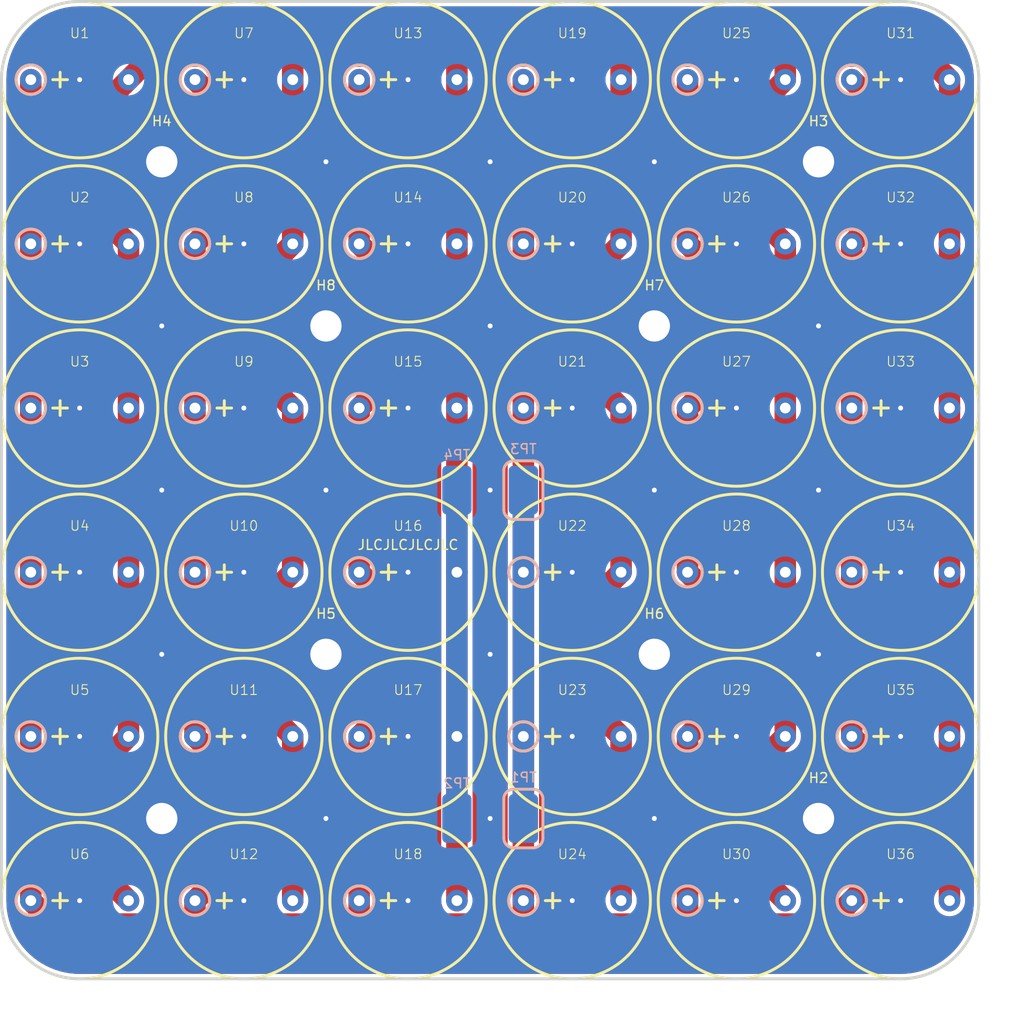
<source format=kicad_pcb>
(kicad_pcb (version 20241229) (generator "pcbnew") (generator_version "9.0")
  (title_block (title "Direc Speaker") (date "2025-08-21"))
  (layers (0 "F.Cu" signal) (2 "B.Cu" signal) (13 "F.Paste" user) (15 "B.Paste" user) (5 "F.SilkS" user "F.Silkscreen") (7 "B.SilkS" user "B.Silkscreen") (1 "F.Mask" user) (3 "B.Mask" user) (25 "Edge.Cuts" user))
  (net 0 "")
  (net 1 "/-")
  (net 2 "/+")
  (net 3 "/GND")
  (footprint "Artix_Library:Ultrasound_16mm" (layer "F.Cu") (at 236.95 104.75)
    (property "Reference" "U25" (at 0 -4.75 0) (layer "F.SilkS") (effects (font (thickness 0.1))))
    (property "Value" "~")
    (fp_line (start -2.75 0) (end -1.25 0) (stroke (width 0.3)) (layer "F.SilkS"))
    (fp_line (start -2 -0.75) (end -2 0.75) (stroke (width 0.3)) (layer "F.SilkS"))
    (fp_circle (center -5 0) (end -3.5 0) (stroke (width 0.3)) (fill no) (layer "F.SilkS"))
    (fp_circle (center 0 0) (end 8 0) (stroke (width 0.3)) (fill no) (layer "F.SilkS"))
    (fp_circle (center -5 0) (end -3.5 0) (stroke (width 0.3)) (fill no) (layer "B.SilkS"))
    (pad "1" thru_hole circle (at -5 0) (size 2.2 2.2) (drill 1.1) (layers "*.Cu" "*.Mask") (net 2 "/+"))
    (pad "2" thru_hole circle (at 5 0) (size 2.2 2.2) (drill 1.1) (layers "*.Cu" "*.Mask") (net 1 "/-"))
  )
  (footprint "MountingHole:MountingHole_3.2mm_M3_Pad" (layer "F.Cu") (at 228.55 163.55)
    (property "Reference" "H6" (at 0 -4.15 0) (layer "F.SilkS"))
    (property "Value" "MountingHole")
    (pad "1" thru_hole circle (at 0 0) (size 6.4 6.4) (drill 3.2) (layers "*.Cu" "*.Mask") (net 3 "/GND"))
  )
  (footprint "Artix_Library:Ultrasound_16mm" (layer "F.Cu") (at 186.55 104.75)
    (property "Reference" "U7" (at 0 -4.75 0) (layer "F.SilkS") (effects (font (thickness 0.1))))
    (property "Value" "~")
    (fp_line (start -2.75 0) (end -1.25 0) (stroke (width 0.3)) (layer "F.SilkS"))
    (fp_line (start -2 -0.75) (end -2 0.75) (stroke (width 0.3)) (layer "F.SilkS"))
    (fp_circle (center -5 0) (end -3.5 0) (stroke (width 0.3)) (fill no) (layer "F.SilkS"))
    (fp_circle (center 0 0) (end 8 0) (stroke (width 0.3)) (fill no) (layer "F.SilkS"))
    (fp_circle (center -5 0) (end -3.5 0) (stroke (width 0.3)) (fill no) (layer "B.SilkS"))
    (pad "1" thru_hole circle (at -5 0) (size 2.2 2.2) (drill 1.1) (layers "*.Cu" "*.Mask") (net 2 "/+"))
    (pad "2" thru_hole circle (at 5 0) (size 2.2 2.2) (drill 1.1) (layers "*.Cu" "*.Mask") (net 1 "/-"))
  )
  (footprint "Artix_Library:Ultrasound_16mm" (layer "F.Cu") (at 236.95 171.95)
    (property "Reference" "U29" (at 0 -4.75 0) (layer "F.SilkS") (effects (font (thickness 0.1))))
    (property "Value" "~")
    (fp_line (start -2.75 0) (end -1.25 0) (stroke (width 0.3)) (layer "F.SilkS"))
    (fp_line (start -2 -0.75) (end -2 0.75) (stroke (width 0.3)) (layer "F.SilkS"))
    (fp_circle (center -5 0) (end -3.5 0) (stroke (width 0.3)) (fill no) (layer "F.SilkS"))
    (fp_circle (center 0 0) (end 8 0) (stroke (width 0.3)) (fill no) (layer "F.SilkS"))
    (fp_circle (center -5 0) (end -3.5 0) (stroke (width 0.3)) (fill no) (layer "B.SilkS"))
    (pad "1" thru_hole circle (at -5 0) (size 2.2 2.2) (drill 1.1) (layers "*.Cu" "*.Mask") (net 2 "/+"))
    (pad "2" thru_hole circle (at 5 0) (size 2.2 2.2) (drill 1.1) (layers "*.Cu" "*.Mask") (net 1 "/-"))
  )
  (footprint "Artix_Library:Ultrasound_16mm" (layer "F.Cu") (at 220.15 104.75)
    (property "Reference" "U19" (at 0 -4.75 0) (layer "F.SilkS") (effects (font (thickness 0.1))))
    (property "Value" "~")
    (fp_line (start -2.75 0) (end -1.25 0) (stroke (width 0.3)) (layer "F.SilkS"))
    (fp_line (start -2 -0.75) (end -2 0.75) (stroke (width 0.3)) (layer "F.SilkS"))
    (fp_circle (center -5 0) (end -3.5 0) (stroke (width 0.3)) (fill no) (layer "F.SilkS"))
    (fp_circle (center 0 0) (end 8 0) (stroke (width 0.3)) (fill no) (layer "F.SilkS"))
    (fp_circle (center -5 0) (end -3.5 0) (stroke (width 0.3)) (fill no) (layer "B.SilkS"))
    (pad "1" thru_hole circle (at -5 0) (size 2.2 2.2) (drill 1.1) (layers "*.Cu" "*.Mask") (net 2 "/+"))
    (pad "2" thru_hole circle (at 5 0) (size 2.2 2.2) (drill 1.1) (layers "*.Cu" "*.Mask") (net 1 "/-"))
  )
  (footprint "Artix_Library:Ultrasound_16mm" (layer "F.Cu") (at 169.75 155.15)
    (property "Reference" "U4" (at 0 -4.75 0) (layer "F.SilkS") (effects (font (thickness 0.1))))
    (property "Value" "~")
    (fp_line (start -2.75 0) (end -1.25 0) (stroke (width 0.3)) (layer "F.SilkS"))
    (fp_line (start -2 -0.75) (end -2 0.75) (stroke (width 0.3)) (layer "F.SilkS"))
    (fp_circle (center -5 0) (end -3.5 0) (stroke (width 0.3)) (fill no) (layer "F.SilkS"))
    (fp_circle (center 0 0) (end 8 0) (stroke (width 0.3)) (fill no) (layer "F.SilkS"))
    (fp_circle (center -5 0) (end -3.5 0) (stroke (width 0.3)) (fill no) (layer "B.SilkS"))
    (pad "1" thru_hole circle (at -5 0) (size 2.2 2.2) (drill 1.1) (layers "*.Cu" "*.Mask") (net 2 "/+"))
    (pad "2" thru_hole circle (at 5 0) (size 2.2 2.2) (drill 1.1) (layers "*.Cu" "*.Mask") (net 1 "/-"))
  )
  (footprint "Artix_Library:Ultrasound_16mm" (layer "F.Cu") (at 186.55 171.95)
    (property "Reference" "U11" (at 0 -4.75 0) (layer "F.SilkS") (effects (font (thickness 0.1))))
    (property "Value" "~")
    (fp_line (start -2.75 0) (end -1.25 0) (stroke (width 0.3)) (layer "F.SilkS"))
    (fp_line (start -2 -0.75) (end -2 0.75) (stroke (width 0.3)) (layer "F.SilkS"))
    (fp_circle (center -5 0) (end -3.5 0) (stroke (width 0.3)) (fill no) (layer "F.SilkS"))
    (fp_circle (center 0 0) (end 8 0) (stroke (width 0.3)) (fill no) (layer "F.SilkS"))
    (fp_circle (center -5 0) (end -3.5 0) (stroke (width 0.3)) (fill no) (layer "B.SilkS"))
    (pad "1" thru_hole circle (at -5 0) (size 2.2 2.2) (drill 1.1) (layers "*.Cu" "*.Mask") (net 2 "/+"))
    (pad "2" thru_hole circle (at 5 0) (size 2.2 2.2) (drill 1.1) (layers "*.Cu" "*.Mask") (net 1 "/-"))
  )
  (footprint "MountingHole:MountingHole_3.2mm_M3_Pad" (layer "F.Cu") (at 178.15 113.15)
    (property "Reference" "H4" (at 0 -4.15 0) (layer "F.SilkS"))
    (property "Value" "MountingHole")
    (pad "1" thru_hole circle (at 0 0) (size 6.4 6.4) (drill 3.2) (layers "*.Cu" "*.Mask") (net 3 "/GND"))
  )
  (footprint "Artix_Library:Ultrasound_16mm" (layer "F.Cu") (at 220.15 188.75)
    (property "Reference" "U24" (at 0 -4.75 0) (layer "F.SilkS") (effects (font (thickness 0.1))))
    (property "Value" "~")
    (fp_line (start -2.75 0) (end -1.25 0) (stroke (width 0.3)) (layer "F.SilkS"))
    (fp_line (start -2 -0.75) (end -2 0.75) (stroke (width 0.3)) (layer "F.SilkS"))
    (fp_circle (center -5 0) (end -3.5 0) (stroke (width 0.3)) (fill no) (layer "F.SilkS"))
    (fp_circle (center 0 0) (end 8 0) (stroke (width 0.3)) (fill no) (layer "F.SilkS"))
    (fp_circle (center -5 0) (end -3.5 0) (stroke (width 0.3)) (fill no) (layer "B.SilkS"))
    (pad "1" thru_hole circle (at -5 0) (size 2.2 2.2) (drill 1.1) (layers "*.Cu" "*.Mask") (net 2 "/+"))
    (pad "2" thru_hole circle (at 5 0) (size 2.2 2.2) (drill 1.1) (layers "*.Cu" "*.Mask") (net 1 "/-"))
  )
  (footprint "Artix_Library:Ultrasound_16mm" (layer "F.Cu") (at 220.15 171.95)
    (property "Reference" "U23" (at 0 -4.75 0) (layer "F.SilkS") (effects (font (thickness 0.1))))
    (property "Value" "~")
    (fp_line (start -2.75 0) (end -1.25 0) (stroke (width 0.3)) (layer "F.SilkS"))
    (fp_line (start -2 -0.75) (end -2 0.75) (stroke (width 0.3)) (layer "F.SilkS"))
    (fp_circle (center -5 0) (end -3.5 0) (stroke (width 0.3)) (fill no) (layer "F.SilkS"))
    (fp_circle (center 0 0) (end 8 0) (stroke (width 0.3)) (fill no) (layer "F.SilkS"))
    (fp_circle (center -5 0) (end -3.5 0) (stroke (width 0.3)) (fill no) (layer "B.SilkS"))
    (pad "1" thru_hole circle (at -5 0) (size 2.2 2.2) (drill 1.1) (layers "*.Cu" "*.Mask") (net 2 "/+"))
    (pad "2" thru_hole circle (at 5 0) (size 2.2 2.2) (drill 1.1) (layers "*.Cu" "*.Mask") (net 1 "/-"))
  )
  (footprint "Artix_Library:Ultrasound_16mm" (layer "F.Cu") (at 236.95 138.35)
    (property "Reference" "U27" (at 0 -4.75 0) (layer "F.SilkS") (effects (font (thickness 0.1))))
    (property "Value" "~")
    (fp_line (start -2.75 0) (end -1.25 0) (stroke (width 0.3)) (layer "F.SilkS"))
    (fp_line (start -2 -0.75) (end -2 0.75) (stroke (width 0.3)) (layer "F.SilkS"))
    (fp_circle (center -5 0) (end -3.5 0) (stroke (width 0.3)) (fill no) (layer "F.SilkS"))
    (fp_circle (center 0 0) (end 8 0) (stroke (width 0.3)) (fill no) (layer "F.SilkS"))
    (fp_circle (center -5 0) (end -3.5 0) (stroke (width 0.3)) (fill no) (layer "B.SilkS"))
    (pad "1" thru_hole circle (at -5 0) (size 2.2 2.2) (drill 1.1) (layers "*.Cu" "*.Mask") (net 2 "/+"))
    (pad "2" thru_hole circle (at 5 0) (size 2.2 2.2) (drill 1.1) (layers "*.Cu" "*.Mask") (net 1 "/-"))
  )
  (footprint "Artix_Library:Ultrasound_16mm" (layer "F.Cu") (at 203.35 121.55)
    (property "Reference" "U14" (at 0 -4.75 0) (layer "F.SilkS") (effects (font (thickness 0.1))))
    (property "Value" "~")
    (fp_line (start -2.75 0) (end -1.25 0) (stroke (width 0.3)) (layer "F.SilkS"))
    (fp_line (start -2 -0.75) (end -2 0.75) (stroke (width 0.3)) (layer "F.SilkS"))
    (fp_circle (center -5 0) (end -3.5 0) (stroke (width 0.3)) (fill no) (layer "F.SilkS"))
    (fp_circle (center 0 0) (end 8 0) (stroke (width 0.3)) (fill no) (layer "F.SilkS"))
    (fp_circle (center -5 0) (end -3.5 0) (stroke (width 0.3)) (fill no) (layer "B.SilkS"))
    (pad "1" thru_hole circle (at -5 0) (size 2.2 2.2) (drill 1.1) (layers "*.Cu" "*.Mask") (net 2 "/+"))
    (pad "2" thru_hole circle (at 5 0) (size 2.2 2.2) (drill 1.1) (layers "*.Cu" "*.Mask") (net 1 "/-"))
  )
  (footprint "Artix_Library:Ultrasound_16mm" (layer "F.Cu") (at 169.75 138.35)
    (property "Reference" "U3" (at 0 -4.75 0) (layer "F.SilkS") (effects (font (thickness 0.1))))
    (property "Value" "~")
    (fp_line (start -2.75 0) (end -1.25 0) (stroke (width 0.3)) (layer "F.SilkS"))
    (fp_line (start -2 -0.75) (end -2 0.75) (stroke (width 0.3)) (layer "F.SilkS"))
    (fp_circle (center -5 0) (end -3.5 0) (stroke (width 0.3)) (fill no) (layer "F.SilkS"))
    (fp_circle (center 0 0) (end 8 0) (stroke (width 0.3)) (fill no) (layer "F.SilkS"))
    (fp_circle (center -5 0) (end -3.5 0) (stroke (width 0.3)) (fill no) (layer "B.SilkS"))
    (pad "1" thru_hole circle (at -5 0) (size 2.2 2.2) (drill 1.1) (layers "*.Cu" "*.Mask") (net 2 "/+"))
    (pad "2" thru_hole circle (at 5 0) (size 2.2 2.2) (drill 1.1) (layers "*.Cu" "*.Mask") (net 1 "/-"))
  )
  (footprint "Artix_Library:Ultrasound_16mm" (layer "F.Cu") (at 186.55 121.55)
    (property "Reference" "U8" (at 0 -4.75 0) (layer "F.SilkS") (effects (font (thickness 0.1))))
    (property "Value" "~")
    (fp_line (start -2.75 0) (end -1.25 0) (stroke (width 0.3)) (layer "F.SilkS"))
    (fp_line (start -2 -0.75) (end -2 0.75) (stroke (width 0.3)) (layer "F.SilkS"))
    (fp_circle (center -5 0) (end -3.5 0) (stroke (width 0.3)) (fill no) (layer "F.SilkS"))
    (fp_circle (center 0 0) (end 8 0) (stroke (width 0.3)) (fill no) (layer "F.SilkS"))
    (fp_circle (center -5 0) (end -3.5 0) (stroke (width 0.3)) (fill no) (layer "B.SilkS"))
    (pad "1" thru_hole circle (at -5 0) (size 2.2 2.2) (drill 1.1) (layers "*.Cu" "*.Mask") (net 2 "/+"))
    (pad "2" thru_hole circle (at 5 0) (size 2.2 2.2) (drill 1.1) (layers "*.Cu" "*.Mask") (net 1 "/-"))
  )
  (footprint "Artix_Library:Ultrasound_16mm" (layer "F.Cu") (at 236.95 188.75)
    (property "Reference" "U30" (at 0 -4.75 0) (layer "F.SilkS") (effects (font (thickness 0.1))))
    (property "Value" "~")
    (fp_line (start -2.75 0) (end -1.25 0) (stroke (width 0.3)) (layer "F.SilkS"))
    (fp_line (start -2 -0.75) (end -2 0.75) (stroke (width 0.3)) (layer "F.SilkS"))
    (fp_circle (center -5 0) (end -3.5 0) (stroke (width 0.3)) (fill no) (layer "F.SilkS"))
    (fp_circle (center 0 0) (end 8 0) (stroke (width 0.3)) (fill no) (layer "F.SilkS"))
    (fp_circle (center -5 0) (end -3.5 0) (stroke (width 0.3)) (fill no) (layer "B.SilkS"))
    (pad "1" thru_hole circle (at -5 0) (size 2.2 2.2) (drill 1.1) (layers "*.Cu" "*.Mask") (net 2 "/+"))
    (pad "2" thru_hole circle (at 5 0) (size 2.2 2.2) (drill 1.1) (layers "*.Cu" "*.Mask") (net 1 "/-"))
  )
  (footprint "Artix_Library:Ultrasound_16mm" (layer "F.Cu") (at 203.35 171.95)
    (property "Reference" "U17" (at 0 -4.75 0) (layer "F.SilkS") (effects (font (thickness 0.1))))
    (property "Value" "~")
    (fp_line (start -2.75 0) (end -1.25 0) (stroke (width 0.3)) (layer "F.SilkS"))
    (fp_line (start -2 -0.75) (end -2 0.75) (stroke (width 0.3)) (layer "F.SilkS"))
    (fp_circle (center -5 0) (end -3.5 0) (stroke (width 0.3)) (fill no) (layer "F.SilkS"))
    (fp_circle (center 0 0) (end 8 0) (stroke (width 0.3)) (fill no) (layer "F.SilkS"))
    (fp_circle (center -5 0) (end -3.5 0) (stroke (width 0.3)) (fill no) (layer "B.SilkS"))
    (pad "1" thru_hole circle (at -5 0) (size 2.2 2.2) (drill 1.1) (layers "*.Cu" "*.Mask") (net 2 "/+"))
    (pad "2" thru_hole circle (at 5 0) (size 2.2 2.2) (drill 1.1) (layers "*.Cu" "*.Mask") (net 1 "/-"))
  )
  (footprint "Artix_Library:Ultrasound_16mm" (layer "F.Cu") (at 253.75 138.35)
    (property "Reference" "U33" (at 0 -4.75 0) (layer "F.SilkS") (effects (font (thickness 0.1))))
    (property "Value" "~")
    (fp_line (start -2.75 0) (end -1.25 0) (stroke (width 0.3)) (layer "F.SilkS"))
    (fp_line (start -2 -0.75) (end -2 0.75) (stroke (width 0.3)) (layer "F.SilkS"))
    (fp_circle (center -5 0) (end -3.5 0) (stroke (width 0.3)) (fill no) (layer "F.SilkS"))
    (fp_circle (center 0 0) (end 8 0) (stroke (width 0.3)) (fill no) (layer "F.SilkS"))
    (fp_circle (center -5 0) (end -3.5 0) (stroke (width 0.3)) (fill no) (layer "B.SilkS"))
    (pad "1" thru_hole circle (at -5 0) (size 2.2 2.2) (drill 1.1) (layers "*.Cu" "*.Mask") (net 2 "/+"))
    (pad "2" thru_hole circle (at 5 0) (size 2.2 2.2) (drill 1.1) (layers "*.Cu" "*.Mask") (net 1 "/-"))
  )
  (footprint "Artix_Library:Ultrasound_16mm" (layer "F.Cu") (at 253.75 121.55)
    (property "Reference" "U32" (at 0 -4.75 0) (layer "F.SilkS") (effects (font (thickness 0.1))))
    (property "Value" "~")
    (fp_line (start -2.75 0) (end -1.25 0) (stroke (width 0.3)) (layer "F.SilkS"))
    (fp_line (start -2 -0.75) (end -2 0.75) (stroke (width 0.3)) (layer "F.SilkS"))
    (fp_circle (center -5 0) (end -3.5 0) (stroke (width 0.3)) (fill no) (layer "F.SilkS"))
    (fp_circle (center 0 0) (end 8 0) (stroke (width 0.3)) (fill no) (layer "F.SilkS"))
    (fp_circle (center -5 0) (end -3.5 0) (stroke (width 0.3)) (fill no) (layer "B.SilkS"))
    (pad "1" thru_hole circle (at -5 0) (size 2.2 2.2) (drill 1.1) (layers "*.Cu" "*.Mask") (net 2 "/+"))
    (pad "2" thru_hole circle (at 5 0) (size 2.2 2.2) (drill 1.1) (layers "*.Cu" "*.Mask") (net 1 "/-"))
  )
  (footprint "MountingHole:MountingHole_3.2mm_M3_Pad" (layer "F.Cu") (at 245.35 180.35)
    (property "Reference" "H2" (at 0 -4.15 0) (layer "F.SilkS"))
    (property "Value" "MountingHole")
    (pad "1" thru_hole circle (at 0 0) (size 6.4 6.4) (drill 3.2) (layers "*.Cu" "*.Mask") (net 3 "/GND"))
  )
  (footprint "Artix_Library:Ultrasound_16mm" (layer "F.Cu") (at 220.15 121.55)
    (property "Reference" "U20" (at 0 -4.75 0) (layer "F.SilkS") (effects (font (thickness 0.1))))
    (property "Value" "~")
    (fp_line (start -2.75 0) (end -1.25 0) (stroke (width 0.3)) (layer "F.SilkS"))
    (fp_line (start -2 -0.75) (end -2 0.75) (stroke (width 0.3)) (layer "F.SilkS"))
    (fp_circle (center -5 0) (end -3.5 0) (stroke (width 0.3)) (fill no) (layer "F.SilkS"))
    (fp_circle (center 0 0) (end 8 0) (stroke (width 0.3)) (fill no) (layer "F.SilkS"))
    (fp_circle (center -5 0) (end -3.5 0) (stroke (width 0.3)) (fill no) (layer "B.SilkS"))
    (pad "1" thru_hole circle (at -5 0) (size 2.2 2.2) (drill 1.1) (layers "*.Cu" "*.Mask") (net 2 "/+"))
    (pad "2" thru_hole circle (at 5 0) (size 2.2 2.2) (drill 1.1) (layers "*.Cu" "*.Mask") (net 1 "/-"))
  )
  (footprint "MountingHole:MountingHole_3.2mm_M3_Pad" (layer "F.Cu") (at 228.55 129.95)
    (property "Reference" "H7" (at 0 -4.15 0) (layer "F.SilkS"))
    (property "Value" "MountingHole")
    (pad "1" thru_hole circle (at 0 0) (size 6.4 6.4) (drill 3.2) (layers "*.Cu" "*.Mask") (net 3 "/GND"))
  )
  (footprint "Artix_Library:Ultrasound_16mm" (layer "F.Cu") (at 186.55 155.15)
    (property "Reference" "U10" (at 0 -4.75 0) (layer "F.SilkS") (effects (font (thickness 0.1))))
    (property "Value" "~")
    (fp_line (start -2.75 0) (end -1.25 0) (stroke (width 0.3)) (layer "F.SilkS"))
    (fp_line (start -2 -0.75) (end -2 0.75) (stroke (width 0.3)) (layer "F.SilkS"))
    (fp_circle (center -5 0) (end -3.5 0) (stroke (width 0.3)) (fill no) (layer "F.SilkS"))
    (fp_circle (center 0 0) (end 8 0) (stroke (width 0.3)) (fill no) (layer "F.SilkS"))
    (fp_circle (center -5 0) (end -3.5 0) (stroke (width 0.3)) (fill no) (layer "B.SilkS"))
    (pad "1" thru_hole circle (at -5 0) (size 2.2 2.2) (drill 1.1) (layers "*.Cu" "*.Mask") (net 2 "/+"))
    (pad "2" thru_hole circle (at 5 0) (size 2.2 2.2) (drill 1.1) (layers "*.Cu" "*.Mask") (net 1 "/-"))
  )
  (footprint "MountingHole:MountingHole_3.2mm_M3_Pad" (layer "F.Cu") (at 194.95 129.95)
    (property "Reference" "H8" (at 0 -4.15 0) (layer "F.SilkS"))
    (property "Value" "MountingHole")
    (pad "1" thru_hole circle (at 0 0) (size 6.4 6.4) (drill 3.2) (layers "*.Cu" "*.Mask") (net 3 "/GND"))
  )
  (footprint "Artix_Library:Ultrasound_16mm" (layer "F.Cu") (at 186.55 188.75)
    (property "Reference" "U12" (at 0 -4.75 0) (layer "F.SilkS") (effects (font (thickness 0.1))))
    (property "Value" "~")
    (fp_line (start -2.75 0) (end -1.25 0) (stroke (width 0.3)) (layer "F.SilkS"))
    (fp_line (start -2 -0.75) (end -2 0.75) (stroke (width 0.3)) (layer "F.SilkS"))
    (fp_circle (center -5 0) (end -3.5 0) (stroke (width 0.3)) (fill no) (layer "F.SilkS"))
    (fp_circle (center 0 0) (end 8 0) (stroke (width 0.3)) (fill no) (layer "F.SilkS"))
    (fp_circle (center -5 0) (end -3.5 0) (stroke (width 0.3)) (fill no) (layer "B.SilkS"))
    (pad "1" thru_hole circle (at -5 0) (size 2.2 2.2) (drill 1.1) (layers "*.Cu" "*.Mask") (net 2 "/+"))
    (pad "2" thru_hole circle (at 5 0) (size 2.2 2.2) (drill 1.1) (layers "*.Cu" "*.Mask") (net 1 "/-"))
  )
  (footprint "Artix_Library:Ultrasound_16mm" (layer "F.Cu") (at 169.75 104.75)
    (property "Reference" "U1" (at 0 -4.75 0) (layer "F.SilkS") (effects (font (thickness 0.1))))
    (property "Value" "~")
    (fp_line (start -2.75 0) (end -1.25 0) (stroke (width 0.3)) (layer "F.SilkS"))
    (fp_line (start -2 -0.75) (end -2 0.75) (stroke (width 0.3)) (layer "F.SilkS"))
    (fp_circle (center -5 0) (end -3.5 0) (stroke (width 0.3)) (fill no) (layer "F.SilkS"))
    (fp_circle (center 0 0) (end 8 0) (stroke (width 0.3)) (fill no) (layer "F.SilkS"))
    (fp_circle (center -5 0) (end -3.5 0) (stroke (width 0.3)) (fill no) (layer "B.SilkS"))
    (pad "1" thru_hole circle (at -5 0) (size 2.2 2.2) (drill 1.1) (layers "*.Cu" "*.Mask") (net 2 "/+"))
    (pad "2" thru_hole circle (at 5 0) (size 2.2 2.2) (drill 1.1) (layers "*.Cu" "*.Mask") (net 1 "/-"))
  )
  (footprint "Artix_Library:Ultrasound_16mm" (layer "F.Cu") (at 203.35 155.15)
    (property "Reference" "U16" (at 0 -4.75 0) (layer "F.SilkS") (effects (font (thickness 0.1))))
    (property "Value" "~")
    (fp_line (start -2.75 0) (end -1.25 0) (stroke (width 0.3)) (layer "F.SilkS"))
    (fp_line (start -2 -0.75) (end -2 0.75) (stroke (width 0.3)) (layer "F.SilkS"))
    (fp_circle (center -5 0) (end -3.5 0) (stroke (width 0.3)) (fill no) (layer "F.SilkS"))
    (fp_circle (center 0 0) (end 8 0) (stroke (width 0.3)) (fill no) (layer "F.SilkS"))
    (fp_circle (center -5 0) (end -3.5 0) (stroke (width 0.3)) (fill no) (layer "B.SilkS"))
    (pad "1" thru_hole circle (at -5 0) (size 2.2 2.2) (drill 1.1) (layers "*.Cu" "*.Mask") (net 2 "/+"))
    (pad "2" thru_hole circle (at 5 0) (size 2.2 2.2) (drill 1.1) (layers "*.Cu" "*.Mask") (net 1 "/-"))
  )
  (footprint "Artix_Library:Ultrasound_16mm" (layer "F.Cu") (at 220.15 138.35)
    (property "Reference" "U21" (at 0 -4.75 0) (layer "F.SilkS") (effects (font (thickness 0.1))))
    (property "Value" "~")
    (fp_line (start -2.75 0) (end -1.25 0) (stroke (width 0.3)) (layer "F.SilkS"))
    (fp_line (start -2 -0.75) (end -2 0.75) (stroke (width 0.3)) (layer "F.SilkS"))
    (fp_circle (center -5 0) (end -3.5 0) (stroke (width 0.3)) (fill no) (layer "F.SilkS"))
    (fp_circle (center 0 0) (end 8 0) (stroke (width 0.3)) (fill no) (layer "F.SilkS"))
    (fp_circle (center -5 0) (end -3.5 0) (stroke (width 0.3)) (fill no) (layer "B.SilkS"))
    (pad "1" thru_hole circle (at -5 0) (size 2.2 2.2) (drill 1.1) (layers "*.Cu" "*.Mask") (net 2 "/+"))
    (pad "2" thru_hole circle (at 5 0) (size 2.2 2.2) (drill 1.1) (layers "*.Cu" "*.Mask") (net 1 "/-"))
  )
  (footprint "MountingHole:MountingHole_3.2mm_M3_Pad" (layer "F.Cu") (at 178.15 180.35)
    (property "Reference" "H1" (hide yes))
    (property "Value" "MountingHole")
    (pad "1" thru_hole circle (at 0 0) (size 6.4 6.4) (drill 3.2) (layers "*.Cu" "*.Mask") (net 3 "/GND"))
  )
  (footprint "Artix_Library:Ultrasound_16mm" (layer "F.Cu") (at 253.75 104.75)
    (property "Reference" "U31" (at 0 -4.75 0) (layer "F.SilkS") (effects (font (thickness 0.1))))
    (property "Value" "~")
    (fp_line (start -2.75 0) (end -1.25 0) (stroke (width 0.3)) (layer "F.SilkS"))
    (fp_line (start -2 -0.75) (end -2 0.75) (stroke (width 0.3)) (layer "F.SilkS"))
    (fp_circle (center -5 0) (end -3.5 0) (stroke (width 0.3)) (fill no) (layer "F.SilkS"))
    (fp_circle (center 0 0) (end 8 0) (stroke (width 0.3)) (fill no) (layer "F.SilkS"))
    (fp_circle (center -5 0) (end -3.5 0) (stroke (width 0.3)) (fill no) (layer "B.SilkS"))
    (pad "1" thru_hole circle (at -5 0) (size 2.2 2.2) (drill 1.1) (layers "*.Cu" "*.Mask") (net 2 "/+"))
    (pad "2" thru_hole circle (at 5 0) (size 2.2 2.2) (drill 1.1) (layers "*.Cu" "*.Mask") (net 1 "/-"))
  )
  (footprint "Artix_Library:Ultrasound_16mm" (layer "F.Cu") (at 253.75 188.75)
    (property "Reference" "U36" (at 0 -4.75 0) (layer "F.SilkS") (effects (font (thickness 0.1))))
    (property "Value" "~")
    (fp_line (start -2.75 0) (end -1.25 0) (stroke (width 0.3)) (layer "F.SilkS"))
    (fp_line (start -2 -0.75) (end -2 0.75) (stroke (width 0.3)) (layer "F.SilkS"))
    (fp_circle (center -5 0) (end -3.5 0) (stroke (width 0.3)) (fill no) (layer "F.SilkS"))
    (fp_circle (center 0 0) (end 8 0) (stroke (width 0.3)) (fill no) (layer "F.SilkS"))
    (fp_circle (center -5 0) (end -3.5 0) (stroke (width 0.3)) (fill no) (layer "B.SilkS"))
    (pad "1" thru_hole circle (at -5 0) (size 2.2 2.2) (drill 1.1) (layers "*.Cu" "*.Mask") (net 2 "/+"))
    (pad "2" thru_hole circle (at 5 0) (size 2.2 2.2) (drill 1.1) (layers "*.Cu" "*.Mask") (net 1 "/-"))
  )
  (footprint "MountingHole:MountingHole_3.2mm_M3_Pad" (layer "F.Cu") (at 194.95 163.55)
    (property "Reference" "H5" (at 0 -4.15 0) (layer "F.SilkS"))
    (property "Value" "MountingHole")
    (pad "1" thru_hole circle (at 0 0) (size 6.4 6.4) (drill 3.2) (layers "*.Cu" "*.Mask") (net 3 "/GND"))
  )
  (footprint "Artix_Library:Ultrasound_16mm" (layer "F.Cu") (at 236.95 121.55)
    (property "Reference" "U26" (at 0 -4.75 0) (layer "F.SilkS") (effects (font (thickness 0.1))))
    (property "Value" "~")
    (fp_line (start -2.75 0) (end -1.25 0) (stroke (width 0.3)) (layer "F.SilkS"))
    (fp_line (start -2 -0.75) (end -2 0.75) (stroke (width 0.3)) (layer "F.SilkS"))
    (fp_circle (center -5 0) (end -3.5 0) (stroke (width 0.3)) (fill no) (layer "F.SilkS"))
    (fp_circle (center 0 0) (end 8 0) (stroke (width 0.3)) (fill no) (layer "F.SilkS"))
    (fp_circle (center -5 0) (end -3.5 0) (stroke (width 0.3)) (fill no) (layer "B.SilkS"))
    (pad "1" thru_hole circle (at -5 0) (size 2.2 2.2) (drill 1.1) (layers "*.Cu" "*.Mask") (net 2 "/+"))
    (pad "2" thru_hole circle (at 5 0) (size 2.2 2.2) (drill 1.1) (layers "*.Cu" "*.Mask") (net 1 "/-"))
  )
  (footprint "Artix_Library:Ultrasound_16mm" (layer "F.Cu") (at 186.55 138.35)
    (property "Reference" "U9" (at 0 -4.75 0) (layer "F.SilkS") (effects (font (thickness 0.1))))
    (property "Value" "~")
    (fp_line (start -2.75 0) (end -1.25 0) (stroke (width 0.3)) (layer "F.SilkS"))
    (fp_line (start -2 -0.75) (end -2 0.75) (stroke (width 0.3)) (layer "F.SilkS"))
    (fp_circle (center -5 0) (end -3.5 0) (stroke (width 0.3)) (fill no) (layer "F.SilkS"))
    (fp_circle (center 0 0) (end 8 0) (stroke (width 0.3)) (fill no) (layer "F.SilkS"))
    (fp_circle (center -5 0) (end -3.5 0) (stroke (width 0.3)) (fill no) (layer "B.SilkS"))
    (pad "1" thru_hole circle (at -5 0) (size 2.2 2.2) (drill 1.1) (layers "*.Cu" "*.Mask") (net 2 "/+"))
    (pad "2" thru_hole circle (at 5 0) (size 2.2 2.2) (drill 1.1) (layers "*.Cu" "*.Mask") (net 1 "/-"))
  )
  (footprint "Artix_Library:Ultrasound_16mm" (layer "F.Cu") (at 169.75 188.75)
    (property "Reference" "U6" (at 0 -4.75 0) (layer "F.SilkS") (effects (font (thickness 0.1))))
    (property "Value" "~")
    (fp_line (start -2.75 0) (end -1.25 0) (stroke (width 0.3)) (layer "F.SilkS"))
    (fp_line (start -2 -0.75) (end -2 0.75) (stroke (width 0.3)) (layer "F.SilkS"))
    (fp_circle (center -5 0) (end -3.5 0) (stroke (width 0.3)) (fill no) (layer "F.SilkS"))
    (fp_circle (center 0 0) (end 8 0) (stroke (width 0.3)) (fill no) (layer "F.SilkS"))
    (fp_circle (center -5 0) (end -3.5 0) (stroke (width 0.3)) (fill no) (layer "B.SilkS"))
    (pad "1" thru_hole circle (at -5 0) (size 2.2 2.2) (drill 1.1) (layers "*.Cu" "*.Mask") (net 2 "/+"))
    (pad "2" thru_hole circle (at 5 0) (size 2.2 2.2) (drill 1.1) (layers "*.Cu" "*.Mask") (net 1 "/-"))
  )
  (footprint "Artix_Library:Ultrasound_16mm" (layer "F.Cu") (at 253.75 155.15)
    (property "Reference" "U34" (at 0 -4.75 0) (layer "F.SilkS") (effects (font (thickness 0.1))))
    (property "Value" "~")
    (fp_line (start -2.75 0) (end -1.25 0) (stroke (width 0.3)) (layer "F.SilkS"))
    (fp_line (start -2 -0.75) (end -2 0.75) (stroke (width 0.3)) (layer "F.SilkS"))
    (fp_circle (center -5 0) (end -3.5 0) (stroke (width 0.3)) (fill no) (layer "F.SilkS"))
    (fp_circle (center 0 0) (end 8 0) (stroke (width 0.3)) (fill no) (layer "F.SilkS"))
    (fp_circle (center -5 0) (end -3.5 0) (stroke (width 0.3)) (fill no) (layer "B.SilkS"))
    (pad "1" thru_hole circle (at -5 0) (size 2.2 2.2) (drill 1.1) (layers "*.Cu" "*.Mask") (net 2 "/+"))
    (pad "2" thru_hole circle (at 5 0) (size 2.2 2.2) (drill 1.1) (layers "*.Cu" "*.Mask") (net 1 "/-"))
  )
  (footprint "Artix_Library:Ultrasound_16mm" (layer "F.Cu") (at 253.75 171.95)
    (property "Reference" "U35" (at 0 -4.75 0) (layer "F.SilkS") (effects (font (thickness 0.1))))
    (property "Value" "~")
    (fp_line (start -2.75 0) (end -1.25 0) (stroke (width 0.3)) (layer "F.SilkS"))
    (fp_line (start -2 -0.75) (end -2 0.75) (stroke (width 0.3)) (layer "F.SilkS"))
    (fp_circle (center -5 0) (end -3.5 0) (stroke (width 0.3)) (fill no) (layer "F.SilkS"))
    (fp_circle (center 0 0) (end 8 0) (stroke (width 0.3)) (fill no) (layer "F.SilkS"))
    (fp_circle (center -5 0) (end -3.5 0) (stroke (width 0.3)) (fill no) (layer "B.SilkS"))
    (pad "1" thru_hole circle (at -5 0) (size 2.2 2.2) (drill 1.1) (layers "*.Cu" "*.Mask") (net 2 "/+"))
    (pad "2" thru_hole circle (at 5 0) (size 2.2 2.2) (drill 1.1) (layers "*.Cu" "*.Mask") (net 1 "/-"))
  )
  (footprint "Artix_Library:Ultrasound_16mm" (layer "F.Cu") (at 169.75 121.55)
    (property "Reference" "U2" (at 0 -4.75 0) (layer "F.SilkS") (effects (font (thickness 0.1))))
    (property "Value" "~")
    (fp_line (start -2.75 0) (end -1.25 0) (stroke (width 0.3)) (layer "F.SilkS"))
    (fp_line (start -2 -0.75) (end -2 0.75) (stroke (width 0.3)) (layer "F.SilkS"))
    (fp_circle (center -5 0) (end -3.5 0) (stroke (width 0.3)) (fill no) (layer "F.SilkS"))
    (fp_circle (center 0 0) (end 8 0) (stroke (width 0.3)) (fill no) (layer "F.SilkS"))
    (fp_circle (center -5 0) (end -3.5 0) (stroke (width 0.3)) (fill no) (layer "B.SilkS"))
    (pad "1" thru_hole circle (at -5 0) (size 2.2 2.2) (drill 1.1) (layers "*.Cu" "*.Mask") (net 2 "/+"))
    (pad "2" thru_hole circle (at 5 0) (size 2.2 2.2) (drill 1.1) (layers "*.Cu" "*.Mask") (net 1 "/-"))
  )
  (footprint "Artix_Library:Ultrasound_16mm" (layer "F.Cu") (at 203.35 188.75)
    (property "Reference" "U18" (at 0 -4.75 0) (layer "F.SilkS") (effects (font (thickness 0.1))))
    (property "Value" "~")
    (fp_line (start -2.75 0) (end -1.25 0) (stroke (width 0.3)) (layer "F.SilkS"))
    (fp_line (start -2 -0.75) (end -2 0.75) (stroke (width 0.3)) (layer "F.SilkS"))
    (fp_circle (center -5 0) (end -3.5 0) (stroke (width 0.3)) (fill no) (layer "F.SilkS"))
    (fp_circle (center 0 0) (end 8 0) (stroke (width 0.3)) (fill no) (layer "F.SilkS"))
    (fp_circle (center -5 0) (end -3.5 0) (stroke (width 0.3)) (fill no) (layer "B.SilkS"))
    (pad "1" thru_hole circle (at -5 0) (size 2.2 2.2) (drill 1.1) (layers "*.Cu" "*.Mask") (net 2 "/+"))
    (pad "2" thru_hole circle (at 5 0) (size 2.2 2.2) (drill 1.1) (layers "*.Cu" "*.Mask") (net 1 "/-"))
  )
  (footprint "Artix_Library:Ultrasound_16mm" (layer "F.Cu") (at 220.15 155.15)
    (property "Reference" "U22" (at 0 -4.75 0) (layer "F.SilkS") (effects (font (thickness 0.1))))
    (property "Value" "~")
    (fp_line (start -2.75 0) (end -1.25 0) (stroke (width 0.3)) (layer "F.SilkS"))
    (fp_line (start -2 -0.75) (end -2 0.75) (stroke (width 0.3)) (layer "F.SilkS"))
    (fp_circle (center -5 0) (end -3.5 0) (stroke (width 0.3)) (fill no) (layer "F.SilkS"))
    (fp_circle (center 0 0) (end 8 0) (stroke (width 0.3)) (fill no) (layer "F.SilkS"))
    (fp_circle (center -5 0) (end -3.5 0) (stroke (width 0.3)) (fill no) (layer "B.SilkS"))
    (pad "1" thru_hole circle (at -5 0) (size 2.2 2.2) (drill 1.1) (layers "*.Cu" "*.Mask") (net 2 "/+"))
    (pad "2" thru_hole circle (at 5 0) (size 2.2 2.2) (drill 1.1) (layers "*.Cu" "*.Mask") (net 1 "/-"))
  )
  (footprint "Artix_Library:Ultrasound_16mm" (layer "F.Cu") (at 203.35 104.75)
    (property "Reference" "U13" (at 0 -4.75 0) (layer "F.SilkS") (effects (font (thickness 0.1))))
    (property "Value" "~")
    (fp_line (start -2.75 0) (end -1.25 0) (stroke (width 0.3)) (layer "F.SilkS"))
    (fp_line (start -2 -0.75) (end -2 0.75) (stroke (width 0.3)) (layer "F.SilkS"))
    (fp_circle (center -5 0) (end -3.5 0) (stroke (width 0.3)) (fill no) (layer "F.SilkS"))
    (fp_circle (center 0 0) (end 8 0) (stroke (width 0.3)) (fill no) (layer "F.SilkS"))
    (fp_circle (center -5 0) (end -3.5 0) (stroke (width 0.3)) (fill no) (layer "B.SilkS"))
    (pad "1" thru_hole circle (at -5 0) (size 2.2 2.2) (drill 1.1) (layers "*.Cu" "*.Mask") (net 2 "/+"))
    (pad "2" thru_hole circle (at 5 0) (size 2.2 2.2) (drill 1.1) (layers "*.Cu" "*.Mask") (net 1 "/-"))
  )
  (footprint "Artix_Library:Ultrasound_16mm" (layer "F.Cu") (at 203.35 138.35)
    (property "Reference" "U15" (at 0 -4.75 0) (layer "F.SilkS") (effects (font (thickness 0.1))))
    (property "Value" "~")
    (fp_line (start -2.75 0) (end -1.25 0) (stroke (width 0.3)) (layer "F.SilkS"))
    (fp_line (start -2 -0.75) (end -2 0.75) (stroke (width 0.3)) (layer "F.SilkS"))
    (fp_circle (center -5 0) (end -3.5 0) (stroke (width 0.3)) (fill no) (layer "F.SilkS"))
    (fp_circle (center 0 0) (end 8 0) (stroke (width 0.3)) (fill no) (layer "F.SilkS"))
    (fp_circle (center -5 0) (end -3.5 0) (stroke (width 0.3)) (fill no) (layer "B.SilkS"))
    (pad "1" thru_hole circle (at -5 0) (size 2.2 2.2) (drill 1.1) (layers "*.Cu" "*.Mask") (net 2 "/+"))
    (pad "2" thru_hole circle (at 5 0) (size 2.2 2.2) (drill 1.1) (layers "*.Cu" "*.Mask") (net 1 "/-"))
  )
  (footprint "Artix_Library:Ultrasound_16mm" (layer "F.Cu") (at 236.95 155.15)
    (property "Reference" "U28" (at 0 -4.75 0) (layer "F.SilkS") (effects (font (thickness 0.1))))
    (property "Value" "~")
    (fp_line (start -2.75 0) (end -1.25 0) (stroke (width 0.3)) (layer "F.SilkS"))
    (fp_line (start -2 -0.75) (end -2 0.75) (stroke (width 0.3)) (layer "F.SilkS"))
    (fp_circle (center -5 0) (end -3.5 0) (stroke (width 0.3)) (fill no) (layer "F.SilkS"))
    (fp_circle (center 0 0) (end 8 0) (stroke (width 0.3)) (fill no) (layer "F.SilkS"))
    (fp_circle (center -5 0) (end -3.5 0) (stroke (width 0.3)) (fill no) (layer "B.SilkS"))
    (pad "1" thru_hole circle (at -5 0) (size 2.2 2.2) (drill 1.1) (layers "*.Cu" "*.Mask") (net 2 "/+"))
    (pad "2" thru_hole circle (at 5 0) (size 2.2 2.2) (drill 1.1) (layers "*.Cu" "*.Mask") (net 1 "/-"))
  )
  (footprint "Artix_Library:Ultrasound_16mm" (layer "F.Cu") (at 169.75 171.95)
    (property "Reference" "U5" (at 0 -4.75 0) (layer "F.SilkS") (effects (font (thickness 0.1))))
    (property "Value" "~")
    (fp_line (start -2.75 0) (end -1.25 0) (stroke (width 0.3)) (layer "F.SilkS"))
    (fp_line (start -2 -0.75) (end -2 0.75) (stroke (width 0.3)) (layer "F.SilkS"))
    (fp_circle (center -5 0) (end -3.5 0) (stroke (width 0.3)) (fill no) (layer "F.SilkS"))
    (fp_circle (center 0 0) (end 8 0) (stroke (width 0.3)) (fill no) (layer "F.SilkS"))
    (fp_circle (center -5 0) (end -3.5 0) (stroke (width 0.3)) (fill no) (layer "B.SilkS"))
    (pad "1" thru_hole circle (at -5 0) (size 2.2 2.2) (drill 1.1) (layers "*.Cu" "*.Mask") (net 2 "/+"))
    (pad "2" thru_hole circle (at 5 0) (size 2.2 2.2) (drill 1.1) (layers "*.Cu" "*.Mask") (net 1 "/-"))
  )
  (footprint "MountingHole:MountingHole_3.2mm_M3_Pad" (layer "F.Cu") (at 245.35 113.15)
    (property "Reference" "H3" (at 0 -4.15 0) (layer "F.SilkS"))
    (property "Value" "MountingHole")
    (pad "1" thru_hole circle (at 0 0) (size 6.4 6.4) (drill 3.2) (layers "*.Cu" "*.Mask") (net 3 "/GND"))
  )
  (footprint "Artix_Library:REC_PAD_3x5" (layer "B.Cu") (at 208.35 180.35 180)
    (property "Reference" "TP2" (at 0 3.6 0) (layer "B.SilkS") (effects (justify mirror)))
    (property "Value" "TestPoint")
    (pad "1" smd roundrect (at 0 0 180) (size 3 5) (layers "B.Cu" "B.Mask") (roundrect_rratio 0.1666666667) (net 1 "/-"))
  )
  (footprint "Artix_Library:REC_PAD_3x5" (layer "B.Cu") (at 208.35 146.75 180)
    (property "Reference" "TP4" (at 0 3.6 0) (layer "B.SilkS") (effects (justify mirror)))
    (property "Value" "TestPoint")
    (pad "1" smd roundrect (at 0 0 180) (size 3 5) (layers "B.Cu" "B.Mask") (roundrect_rratio 0.1666666667) (net 1 "/-"))
  )
  (footprint "Artix_Library:REC_PAD_3x5_OUTLINE" (layer "B.Cu") (at 215.15 180.35 180)
    (property "Reference" "TP1" (at 0 4.2 0) (layer "B.SilkS") (effects (justify mirror)))
    (property "Value" "TestPoint")
    (fp_line (start 2 2) (end 2 -2) (stroke (width 0.3)) (layer "B.SilkS"))
    (fp_line (start 1 3) (end -1 3) (stroke (width 0.3)) (layer "B.SilkS"))
    (fp_line (start -1 -3) (end 1 -3) (stroke (width 0.3)) (layer "B.SilkS"))
    (fp_line (start -2 -2) (end -2 2) (stroke (width 0.3)) (layer "B.SilkS"))
    (fp_arc (start 2 2) (mid 1.707107 2.707107) (end 1 3) (stroke (width 0.3)) (layer "B.SilkS"))
    (fp_arc (start 1 -3) (mid 1.707107 -2.707107) (end 2 -2) (stroke (width 0.3)) (layer "B.SilkS"))
    (fp_arc (start -1 3) (mid -1.707107 2.707107) (end -2 2) (stroke (width 0.3)) (layer "B.SilkS"))
    (fp_arc (start -2 -2) (mid -1.707107 -2.707107) (end -1 -3) (stroke (width 0.3)) (layer "B.SilkS"))
    (pad "1" smd roundrect (at 0 0 180) (size 3 5) (layers "B.Cu" "B.Mask") (roundrect_rratio 0.1666666667) (net 2 "/+"))
  )
  (footprint "Artix_Library:REC_PAD_3x5_OUTLINE" (layer "B.Cu") (at 215.15 146.75 180)
    (property "Reference" "TP3" (at 0 4.2 0) (layer "B.SilkS") (effects (justify mirror)))
    (property "Value" "TestPoint")
    (fp_line (start 2 2) (end 2 -2) (stroke (width 0.3)) (layer "B.SilkS"))
    (fp_line (start 1 3) (end -1 3) (stroke (width 0.3)) (layer "B.SilkS"))
    (fp_line (start -1 -3) (end 1 -3) (stroke (width 0.3)) (layer "B.SilkS"))
    (fp_line (start -2 -2) (end -2 2) (stroke (width 0.3)) (layer "B.SilkS"))
    (fp_arc (start 2 2) (mid 1.707107 2.707107) (end 1 3) (stroke (width 0.3)) (layer "B.SilkS"))
    (fp_arc (start 1 -3) (mid 1.707107 -2.707107) (end 2 -2) (stroke (width 0.3)) (layer "B.SilkS"))
    (fp_arc (start -1 3) (mid -1.707107 2.707107) (end -2 2) (stroke (width 0.3)) (layer "B.SilkS"))
    (fp_arc (start -2 -2) (mid -1.707107 -2.707107) (end -1 -3) (stroke (width 0.3)) (layer "B.SilkS"))
    (pad "1" smd roundrect (at 0 0 180) (size 3 5) (layers "B.Cu" "B.Mask") (roundrect_rratio 0.1666666667) (net 2 "/+"))
  )
  (gr_arc (start 253.75 96.75) (mid 259.406854 99.093146) (end 261.75 104.75) (stroke (width 0.3)) (layer "Edge.Cuts"))
  (gr_arc (start 161.75 104.75) (mid 164.093146 99.093146) (end 169.75 96.75) (stroke (width 0.3)) (layer "Edge.Cuts"))
  (gr_line (start 261.75 188.75) (end 261.75 104.75) (stroke (width 0.3)) (layer "Edge.Cuts"))
  (gr_line (start 161.75 104.75) (end 161.75 188.75) (stroke (width 0.3)) (layer "Edge.Cuts"))
  (gr_line (start 253.75 96.75) (end 169.75 96.75) (stroke (width 0.3)) (layer "Edge.Cuts"))
  (gr_line (start 169.75 196.75) (end 253.75 196.75) (stroke (width 0.3)) (layer "Edge.Cuts"))
  (gr_arc (start 169.75 196.75) (mid 164.093146 194.406854) (end 161.75 188.75) (stroke (width 0.3)) (layer "Edge.Cuts"))
  (gr_arc (start 261.75 188.75) (mid 259.406854 194.406854) (end 253.75 196.75) (stroke (width 0.3)) (layer "Edge.Cuts"))
  (gr_text "JLCJLCJLCJLC" (at 203.35 152.35 0) (layer "F.SilkS") (effects (font (size 1 1))))
  (segment (start 174.75 121.55) (end 174.75 171.95) (width 2.2) (layer "F.Cu") (net 1))
  (segment (start 174.75 104.75) (end 169.75 109.75) (width 2.2) (layer "F.Cu") (net 1))
  (segment (start 241.95 171.95) (end 241.95 121.55) (width 2.2) (layer "F.Cu") (net 1))
  (segment (start 191.55 121.55) (end 186.55 126.55) (width 2.2) (layer "F.Cu") (net 1))
  (segment (start 186.55 133.35) (end 191.55 138.35) (width 2.2) (layer "F.Cu") (net 1))
  (segment (start 208.35 188.75) (end 208.35 104.75) (width 2.2) (layer "F.Cu") (net 1))
  (segment (start 191.55 171.95) (end 191.55 188.75) (width 2.2) (layer "F.Cu") (net 1))
  (segment (start 236.95 109.75) (end 236.95 116.55) (width 2.2) (layer "F.Cu") (net 1))
  (segment (start 169.75 109.75) (end 169.75 116.55) (width 2.2) (layer "F.Cu") (net 1))
  (segment (start 241.95 104.75) (end 241.95 102.349) (width 2.2) (layer "F.Cu") (net 1))
  (segment (start 177.151 102.349) (end 191.55 102.349) (width 2.2) (layer "F.Cu") (net 1))
  (segment (start 225.15 121.55) (end 225.15 102.349) (width 2.2) (layer "F.Cu") (net 1))
  (segment (start 236.95 183.75) (end 236.95 176.95) (width 2.2) (layer "F.Cu") (net 1))
  (segment (start 225.15 155.15) (end 220.15 160.15) (width 2.2) (layer "F.Cu") (net 1))
  (segment (start 191.55 155.15) (end 186.55 160.15) (width 2.2) (layer "F.Cu") (net 1))
  (segment (start 186.55 166.95) (end 191.55 171.95) (width 2.2) (layer "F.Cu") (net 1))
  (segment (start 169.75 176.95) (end 169.75 183.75) (width 2.2) (layer "F.Cu") (net 1))
  (segment (start 225.15 138.35) (end 225.15 155.15) (width 2.2) (layer "F.Cu") (net 1))
  (segment (start 225.15 121.55) (end 220.15 126.55) (width 2.2) (layer "F.Cu") (net 1))
  (segment (start 169.75 116.55) (end 174.75 121.55) (width 2.2) (layer "F.Cu") (net 1))
  (segment (start 191.55 155.15) (end 191.55 138.35) (width 2.2) (layer "F.Cu") (net 1))
  (segment (start 208.35 102.349) (end 225.15 102.349) (width 2.2) (layer "F.Cu") (net 1))
  (segment (start 174.75 104.75) (end 177.151 102.349) (width 2.2) (layer "F.Cu") (net 1))
  (segment (start 220.15 133.35) (end 225.15 138.35) (width 2.2) (layer "F.Cu") (net 1))
  (segment (start 225.15 102.349) (end 241.95 102.349) (width 2.2) (layer "F.Cu") (net 1))
  (segment (start 241.95 104.75) (end 236.95 109.75) (width 2.2) (layer "F.Cu") (net 1))
  (segment (start 169.75 183.75) (end 174.75 188.75) (width 2.2) (layer "F.Cu") (net 1))
  (segment (start 225.15 171.95) (end 225.15 188.75) (width 2.2) (layer "F.Cu") (net 1))
  (segment (start 208.35 104.75) (end 208.35 102.349) (width 2.2) (layer "F.Cu") (net 1))
  (segment (start 241.95 188.75) (end 236.95 183.75) (width 2.2) (layer "F.Cu") (net 1))
  (segment (start 191.55 121.55) (end 191.55 102.349) (width 2.2) (layer "F.Cu") (net 1))
  (segment (start 236.95 116.55) (end 241.95 121.55) (width 2.2) (layer "F.Cu") (net 1))
  (segment (start 258.75 104.75) (end 258.75 188.75) (width 2.2) (layer "F.Cu") (net 1))
  (segment (start 186.55 126.55) (end 186.55 133.35) (width 2.2) (layer "F.Cu") (net 1))
  (segment (start 220.15 160.15) (end 220.15 166.95) (width 2.2) (layer "F.Cu") (net 1))
  (segment (start 186.55 160.15) (end 186.55 166.95) (width 2.2) (layer "F.Cu") (net 1))
  (segment (start 174.75 171.95) (end 169.75 176.95) (width 2.2) (layer "F.Cu") (net 1))
  (segment (start 236.95 176.95) (end 241.95 171.95) (width 2.2) (layer "F.Cu") (net 1))
  (segment (start 220.15 126.55) (end 220.15 133.35) (width 2.2) (layer "F.Cu") (net 1))
  (segment (start 256.349 102.349) (end 258.75 104.75) (width 2.2) (layer "F.Cu") (net 1))
  (segment (start 191.55 102.349) (end 208.35 102.349) (width 2.2) (layer "F.Cu") (net 1))
  (segment (start 241.95 102.349) (end 256.349 102.349) (width 2.2) (layer "F.Cu") (net 1))
  (segment (start 220.15 166.95) (end 225.15 171.95) (width 2.2) (layer "F.Cu") (net 1))
  (segment (start 208.35 180.35) (end 208.35 146.75) (width 2.2) (layer "B.Cu") (net 1))
  (segment (start 203.35 126.55) (end 203.35 133.35) (width 2.2) (layer "F.Cu") (net 2))
  (segment (start 248.75 104.75) (end 253.75 109.75) (width 2.2) (layer "F.Cu") (net 2))
  (segment (start 203.35 160.15) (end 198.35 155.15) (width 2.2) (layer "F.Cu") (net 2))
  (segment (start 203.35 166.95) (end 203.35 160.15) (width 2.2) (layer "F.Cu") (net 2))
  (segment (start 181.55 188.75) (end 181.55 191.151) (width 2.2) (layer "F.Cu") (net 2))
  (segment (start 203.35 133.35) (end 198.35 138.35) (width 2.2) (layer "F.Cu") (net 2))
  (segment (start 167.151 191.151) (end 181.55 191.151) (width 2.2) (layer "F.Cu") (net 2))
  (segment (start 236.95 126.55) (end 231.95 121.55) (width 2.2) (layer "F.Cu") (net 2))
  (segment (start 236.95 133.35) (end 236.95 126.55) (width 2.2) (layer "F.Cu") (net 2))
  (segment (start 198.35 121.55) (end 203.35 126.55) (width 2.2) (layer "F.Cu") (net 2))
  (segment (start 236.95 166.95) (end 236.95 160.15) (width 2.2) (layer "F.Cu") (net 2))
  (segment (start 181.55 121.55) (end 186.55 116.55) (width 2.2) (layer "F.Cu") (net 2))
  (segment (start 246.349 191.151) (end 248.75 188.75) (width 2.2) (layer "F.Cu") (net 2))
  (segment (start 181.55 188.75) (end 186.55 183.75) (width 2.2) (layer "F.Cu") (net 2))
  (segment (start 253.75 176.95) (end 248.75 171.95) (width 2.2) (layer "F.Cu") (net 2))
  (segment (start 181.55 171.95) (end 181.55 121.55) (width 2.2) (layer "F.Cu") (net 2))
  (segment (start 198.35 121.55) (end 198.35 104.75) (width 2.2) (layer "F.Cu") (net 2))
  (segment (start 198.35 155.15) (end 198.35 138.35) (width 2.2) (layer "F.Cu") (net 2))
  (segment (start 231.95 138.35) (end 236.95 133.35) (width 2.2) (layer "F.Cu") (net 2))
  (segment (start 186.55 176.95) (end 181.55 171.95) (width 2.2) (layer "F.Cu") (net 2))
  (segment (start 181.55 191.151) (end 198.35 191.151) (width 2.2) (layer "F.Cu") (net 2))
  (segment (start 231.95 171.95) (end 231.95 191.151) (width 2.2) (layer "F.Cu") (net 2))
  (segment (start 215.15 188.75) (end 215.15 104.75) (width 2.2) (layer "F.Cu") (net 2))
  (segment (start 231.95 104.75) (end 231.95 121.55) (width 2.2) (layer "F.Cu") (net 2))
  (segment (start 186.55 109.75) (end 181.55 104.75) (width 2.2) (layer "F.Cu") (net 2))
  (segment (start 248.75 188.75) (end 253.75 183.75) (width 2.2) (layer "F.Cu") (net 2))
  (segment (start 253.75 109.75) (end 253.75 116.55) (width 2.2) (layer "F.Cu") (net 2))
  (segment (start 231.95 191.151) (end 246.349 191.151) (width 2.2) (layer "F.Cu") (net 2))
  (segment (start 253.75 116.55) (end 248.75 121.55) (width 2.2) (layer "F.Cu") (net 2))
  (segment (start 186.55 116.55) (end 186.55 109.75) (width 2.2) (layer "F.Cu") (net 2))
  (segment (start 198.35 191.151) (end 215.15 191.151) (width 2.2) (layer "F.Cu") (net 2))
  (segment (start 215.15 191.151) (end 231.95 191.151) (width 2.2) (layer "F.Cu") (net 2))
  (segment (start 231.95 171.95) (end 236.95 166.95) (width 2.2) (layer "F.Cu") (net 2))
  (segment (start 248.75 171.95) (end 248.75 121.55) (width 2.2) (layer "F.Cu") (net 2))
  (segment (start 236.95 160.15) (end 231.95 155.15) (width 2.2) (layer "F.Cu") (net 2))
  (segment (start 164.75 104.75) (end 164.75 188.75) (width 2.2) (layer "F.Cu") (net 2))
  (segment (start 253.75 183.75) (end 253.75 176.95) (width 2.2) (layer "F.Cu") (net 2))
  (segment (start 231.95 155.15) (end 231.95 138.35) (width 2.2) (layer "F.Cu") (net 2))
  (segment (start 198.35 171.95) (end 203.35 166.95) (width 2.2) (layer "F.Cu") (net 2))
  (segment (start 215.15 188.75) (end 215.15 191.151) (width 2.2) (layer "F.Cu") (net 2))
  (segment (start 186.55 183.75) (end 186.55 176.95) (width 2.2) (layer "F.Cu") (net 2))
  (segment (start 198.35 171.95) (end 198.35 191.151) (width 2.2) (layer "F.Cu") (net 2))
  (segment (start 164.75 188.75) (end 167.151 191.151) (width 2.2) (layer "F.Cu") (net 2))
  (segment (start 215.15 180.35) (end 215.15 146.75) (width 2.2) (layer "B.Cu") (net 2))
  (via (at 211.75 113.15) (size 1) (drill 0.5) (layers "F.Cu" "B.Cu") (net 3))
  (via (at 203.35 138.35) (size 1) (drill 0.5) (layers "F.Cu" "B.Cu") (net 3))
  (via (at 169.75 155.15) (size 1) (drill 0.5) (layers "F.Cu" "B.Cu") (net 3))
  (via (at 253.75 188.75) (size 1) (drill 0.5) (layers "F.Cu" "B.Cu") (net 3))
  (via (at 228.55 113.15) (size 1) (drill 0.5) (layers "F.Cu" "B.Cu") (net 3))
  (via (at 211.75 146.75) (size 1) (drill 0.5) (layers "F.Cu" "B.Cu") (net 3))
  (via (at 203.35 155.15) (size 1) (drill 0.5) (layers "F.Cu" "B.Cu") (net 3))
  (via (at 253.75 155.15) (size 1) (drill 0.5) (layers "F.Cu" "B.Cu") (net 3))
  (via (at 194.95 113.15) (size 1) (drill 0.5) (layers "F.Cu" "B.Cu") (net 3))
  (via (at 169.75 104.75) (size 1) (drill 0.5) (layers "F.Cu" "B.Cu") (net 3))
  (via (at 194.95 180.35) (size 1) (drill 0.5) (layers "F.Cu" "B.Cu") (net 3))
  (via (at 236.95 138.35) (size 1) (drill 0.5) (layers "F.Cu" "B.Cu") (net 3))
  (via (at 211.75 180.35) (size 1) (drill 0.5) (layers "F.Cu" "B.Cu") (net 3))
  (via (at 236.95 171.95) (size 1) (drill 0.5) (layers "F.Cu" "B.Cu") (net 3))
  (via (at 178.15 163.55) (size 1) (drill 0.5) (layers "F.Cu" "B.Cu") (net 3))
  (via (at 186.55 104.75) (size 1) (drill 0.5) (layers "F.Cu" "B.Cu") (net 3))
  (via (at 186.55 171.95) (size 1) (drill 0.5) (layers "F.Cu" "B.Cu") (net 3))
  (via (at 186.55 155.15) (size 1) (drill 0.5) (layers "F.Cu" "B.Cu") (net 3))
  (via (at 186.55 188.75) (size 1) (drill 0.5) (layers "F.Cu" "B.Cu") (net 3))
  (via (at 253.75 171.95) (size 1) (drill 0.5) (layers "F.Cu" "B.Cu") (net 3))
  (via (at 220.15 104.75) (size 1) (drill 0.5) (layers "F.Cu" "B.Cu") (net 3))
  (via (at 203.35 171.95) (size 1) (drill 0.5) (layers "F.Cu" "B.Cu") (net 3))
  (via (at 186.55 138.35) (size 1) (drill 0.5) (layers "F.Cu" "B.Cu") (net 3))
  (via (at 169.75 188.75) (size 1) (drill 0.5) (layers "F.Cu" "B.Cu") (net 3))
  (via (at 203.35 188.75) (size 1) (drill 0.5) (layers "F.Cu" "B.Cu") (net 3))
  (via (at 253.75 121.55) (size 1) (drill 0.5) (layers "F.Cu" "B.Cu") (net 3))
  (via (at 228.55 180.35) (size 1) (drill 0.5) (layers "F.Cu" "B.Cu") (net 3))
  (via (at 203.35 104.75) (size 1) (drill 0.5) (layers "F.Cu" "B.Cu") (net 3))
  (via (at 245.35 163.55) (size 1) (drill 0.5) (layers "F.Cu" "B.Cu") (net 3))
  (via (at 220.15 171.95) (size 1) (drill 0.5) (layers "F.Cu" "B.Cu") (net 3))
  (via (at 220.15 155.15) (size 1) (drill 0.5) (layers "F.Cu" "B.Cu") (net 3))
  (via (at 194.95 146.75) (size 1) (drill 0.5) (layers "F.Cu" "B.Cu") (net 3))
  (via (at 169.75 121.55) (size 1) (drill 0.5) (layers "F.Cu" "B.Cu") (net 3))
  (via (at 245.35 129.95) (size 1) (drill 0.5) (layers "F.Cu" "B.Cu") (net 3))
  (via (at 236.95 104.75) (size 1) (drill 0.5) (layers "F.Cu" "B.Cu") (net 3))
  (via (at 203.35 121.55) (size 1) (drill 0.5) (layers "F.Cu" "B.Cu") (net 3))
  (via (at 211.75 129.95) (size 1) (drill 0.5) (layers "F.Cu" "B.Cu") (net 3))
  (via (at 253.75 138.35) (size 1) (drill 0.5) (layers "F.Cu" "B.Cu") (net 3))
  (via (at 236.95 155.15) (size 1) (drill 0.5) (layers "F.Cu" "B.Cu") (net 3))
  (via (at 186.55 121.55) (size 1) (drill 0.5) (layers "F.Cu" "B.Cu") (net 3))
  (via (at 169.75 171.95) (size 1) (drill 0.5) (layers "F.Cu" "B.Cu") (net 3))
  (via (at 228.55 146.75) (size 1) (drill 0.5) (layers "F.Cu" "B.Cu") (net 3))
  (via (at 220.15 138.35) (size 1) (drill 0.5) (layers "F.Cu" "B.Cu") (net 3))
  (via (at 245.35 146.75) (size 1) (drill 0.5) (layers "F.Cu" "B.Cu") (net 3))
  (via (at 220.15 121.55) (size 1) (drill 0.5) (layers "F.Cu" "B.Cu") (net 3))
  (via (at 211.75 163.55) (size 1) (drill 0.5) (layers "F.Cu" "B.Cu") (net 3))
  (via (at 178.15 129.95) (size 1) (drill 0.5) (layers "F.Cu" "B.Cu") (net 3))
  (via (at 169.75 138.35) (size 1) (drill 0.5) (layers "F.Cu" "B.Cu") (net 3))
  (via (at 236.95 188.75) (size 1) (drill 0.5) (layers "F.Cu" "B.Cu") (net 3))
  (via (at 220.15 188.75) (size 1) (drill 0.5) (layers "F.Cu" "B.Cu") (net 3))
  (via (at 178.15 146.75) (size 1) (drill 0.5) (layers "F.Cu" "B.Cu") (net 3))
  (via (at 236.95 121.55) (size 1) (drill 0.5) (layers "F.Cu" "B.Cu") (net 3))
  (via (at 253.75 104.75) (size 1) (drill 0.5) (layers "F.Cu" "B.Cu") (net 3))
  (zone (net 3) (net_name "/GND") (layers "F.Cu" "B.Cu") (connect_pads yes (clearance 0.5)) (min_thickness 0.25) (fill yes (thermal_gap 0.5) (thermal_bridge_width 0.5) (smoothing fillet))
    (polygon (pts (xy 161.75 96.75) (xy 161.75 196.75) (xy 261.75 196.75) (xy 261.75 96.75)))
  )
)
</source>
